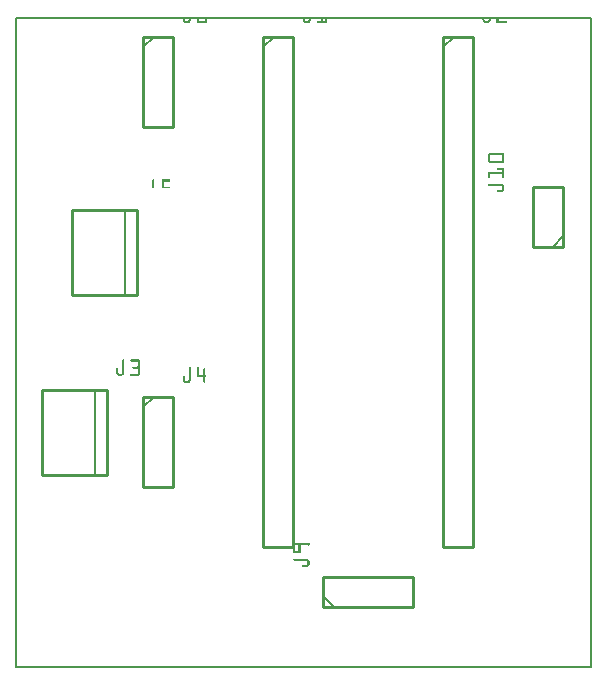
<source format=gto>
G04 MADE WITH FRITZING*
G04 WWW.FRITZING.ORG*
G04 DOUBLE SIDED*
G04 HOLES PLATED*
G04 CONTOUR ON CENTER OF CONTOUR VECTOR*
%ASAXBY*%
%FSLAX23Y23*%
%MOIN*%
%OFA0B0*%
%SFA1.0B1.0*%
%ADD10R,1.926840X2.170330X1.910840X2.154330*%
%ADD11C,0.008000*%
%ADD12C,0.010000*%
%ADD13C,0.005000*%
%ADD14R,0.001000X0.001000*%
%LNSILK1*%
G90*
G70*
G54D11*
X4Y2166D02*
X1923Y2166D01*
X1923Y4D01*
X4Y4D01*
X4Y2166D01*
D02*
G54D12*
X830Y2103D02*
X830Y403D01*
D02*
X830Y403D02*
X930Y403D01*
D02*
X930Y403D02*
X930Y2103D01*
D02*
X930Y2103D02*
X830Y2103D01*
G54D13*
D02*
X830Y2068D02*
X865Y2103D01*
G54D12*
D02*
X1430Y2103D02*
X1430Y403D01*
D02*
X1430Y403D02*
X1530Y403D01*
D02*
X1530Y403D02*
X1530Y2103D01*
D02*
X1530Y2103D02*
X1430Y2103D01*
G54D13*
D02*
X1430Y2068D02*
X1465Y2103D01*
G54D12*
D02*
X92Y927D02*
X92Y642D01*
D02*
X92Y642D02*
X308Y642D01*
D02*
X308Y642D02*
X308Y927D01*
D02*
X308Y927D02*
X92Y927D01*
G54D13*
D02*
X268Y642D02*
X268Y927D01*
G54D12*
D02*
X430Y903D02*
X430Y603D01*
D02*
X430Y603D02*
X530Y603D01*
D02*
X530Y603D02*
X530Y903D01*
D02*
X530Y903D02*
X430Y903D01*
G54D13*
D02*
X430Y868D02*
X465Y903D01*
G54D12*
D02*
X192Y1527D02*
X192Y1242D01*
D02*
X192Y1242D02*
X408Y1242D01*
D02*
X408Y1242D02*
X408Y1527D01*
D02*
X408Y1527D02*
X192Y1527D01*
G54D13*
D02*
X368Y1242D02*
X368Y1527D01*
G54D12*
D02*
X430Y2103D02*
X430Y1803D01*
D02*
X430Y1803D02*
X530Y1803D01*
D02*
X530Y1803D02*
X530Y2103D01*
D02*
X530Y2103D02*
X430Y2103D01*
G54D13*
D02*
X430Y2068D02*
X465Y2103D01*
G54D12*
D02*
X1030Y203D02*
X1330Y203D01*
D02*
X1330Y203D02*
X1330Y303D01*
D02*
X1330Y303D02*
X1030Y303D01*
D02*
X1030Y303D02*
X1030Y203D01*
G54D13*
D02*
X1065Y203D02*
X1030Y238D01*
G54D12*
D02*
X1830Y1403D02*
X1830Y1603D01*
D02*
X1830Y1603D02*
X1730Y1603D01*
D02*
X1730Y1603D02*
X1730Y1403D01*
D02*
X1730Y1403D02*
X1830Y1403D01*
G54D13*
D02*
X1830Y1438D02*
X1795Y1403D01*
G54D14*
X561Y2170D02*
X567Y2170D01*
X582Y2170D02*
X588Y2170D01*
X608Y2170D02*
X641Y2170D01*
X961Y2170D02*
X967Y2170D01*
X981Y2170D02*
X987Y2170D01*
X1021Y2170D02*
X1027Y2170D01*
X1035Y2170D02*
X1041Y2170D01*
X1560Y2170D02*
X1566Y2170D01*
X1581Y2170D02*
X1587Y2170D01*
X1607Y2170D02*
X1613Y2170D01*
X561Y2169D02*
X567Y2169D01*
X582Y2169D02*
X588Y2169D01*
X608Y2169D02*
X641Y2169D01*
X961Y2169D02*
X967Y2169D01*
X981Y2169D02*
X987Y2169D01*
X1021Y2169D02*
X1027Y2169D01*
X1035Y2169D02*
X1041Y2169D01*
X1560Y2169D02*
X1566Y2169D01*
X1581Y2169D02*
X1587Y2169D01*
X1607Y2169D02*
X1613Y2169D01*
X561Y2168D02*
X567Y2168D01*
X582Y2168D02*
X588Y2168D01*
X608Y2168D02*
X641Y2168D01*
X961Y2168D02*
X967Y2168D01*
X981Y2168D02*
X987Y2168D01*
X1021Y2168D02*
X1027Y2168D01*
X1035Y2168D02*
X1041Y2168D01*
X1560Y2168D02*
X1566Y2168D01*
X1581Y2168D02*
X1587Y2168D01*
X1607Y2168D02*
X1613Y2168D01*
X561Y2167D02*
X567Y2167D01*
X582Y2167D02*
X588Y2167D01*
X608Y2167D02*
X641Y2167D01*
X961Y2167D02*
X967Y2167D01*
X981Y2167D02*
X987Y2167D01*
X1021Y2167D02*
X1027Y2167D01*
X1035Y2167D02*
X1041Y2167D01*
X1560Y2167D02*
X1566Y2167D01*
X1581Y2167D02*
X1587Y2167D01*
X1607Y2167D02*
X1613Y2167D01*
X561Y2166D02*
X567Y2166D01*
X582Y2166D02*
X588Y2166D01*
X608Y2166D02*
X614Y2166D01*
X635Y2166D02*
X641Y2166D01*
X961Y2166D02*
X967Y2166D01*
X981Y2166D02*
X987Y2166D01*
X1021Y2166D02*
X1027Y2166D01*
X1035Y2166D02*
X1041Y2166D01*
X1560Y2166D02*
X1566Y2166D01*
X1581Y2166D02*
X1587Y2166D01*
X1607Y2166D02*
X1613Y2166D01*
X561Y2165D02*
X567Y2165D01*
X582Y2165D02*
X588Y2165D01*
X608Y2165D02*
X614Y2165D01*
X635Y2165D02*
X641Y2165D01*
X961Y2165D02*
X967Y2165D01*
X981Y2165D02*
X987Y2165D01*
X1021Y2165D02*
X1027Y2165D01*
X1035Y2165D02*
X1041Y2165D01*
X1560Y2165D02*
X1566Y2165D01*
X1581Y2165D02*
X1587Y2165D01*
X1607Y2165D02*
X1613Y2165D01*
X561Y2164D02*
X567Y2164D01*
X582Y2164D02*
X588Y2164D01*
X608Y2164D02*
X614Y2164D01*
X635Y2164D02*
X641Y2164D01*
X961Y2164D02*
X967Y2164D01*
X981Y2164D02*
X987Y2164D01*
X1021Y2164D02*
X1027Y2164D01*
X1035Y2164D02*
X1041Y2164D01*
X1560Y2164D02*
X1566Y2164D01*
X1581Y2164D02*
X1587Y2164D01*
X1607Y2164D02*
X1613Y2164D01*
X561Y2163D02*
X567Y2163D01*
X582Y2163D02*
X588Y2163D01*
X608Y2163D02*
X614Y2163D01*
X635Y2163D02*
X641Y2163D01*
X961Y2163D02*
X967Y2163D01*
X981Y2163D02*
X987Y2163D01*
X1021Y2163D02*
X1027Y2163D01*
X1035Y2163D02*
X1041Y2163D01*
X1560Y2163D02*
X1566Y2163D01*
X1581Y2163D02*
X1587Y2163D01*
X1607Y2163D02*
X1613Y2163D01*
X561Y2162D02*
X567Y2162D01*
X582Y2162D02*
X588Y2162D01*
X608Y2162D02*
X614Y2162D01*
X635Y2162D02*
X641Y2162D01*
X961Y2162D02*
X967Y2162D01*
X981Y2162D02*
X987Y2162D01*
X1021Y2162D02*
X1027Y2162D01*
X1035Y2162D02*
X1041Y2162D01*
X1560Y2162D02*
X1566Y2162D01*
X1581Y2162D02*
X1587Y2162D01*
X1607Y2162D02*
X1613Y2162D01*
X561Y2161D02*
X567Y2161D01*
X582Y2161D02*
X588Y2161D01*
X608Y2161D02*
X614Y2161D01*
X635Y2161D02*
X641Y2161D01*
X961Y2161D02*
X967Y2161D01*
X981Y2161D02*
X987Y2161D01*
X1021Y2161D02*
X1027Y2161D01*
X1035Y2161D02*
X1041Y2161D01*
X1560Y2161D02*
X1566Y2161D01*
X1581Y2161D02*
X1587Y2161D01*
X1607Y2161D02*
X1613Y2161D01*
X561Y2160D02*
X567Y2160D01*
X582Y2160D02*
X588Y2160D01*
X608Y2160D02*
X614Y2160D01*
X635Y2160D02*
X641Y2160D01*
X961Y2160D02*
X967Y2160D01*
X981Y2160D02*
X987Y2160D01*
X1021Y2160D02*
X1027Y2160D01*
X1035Y2160D02*
X1041Y2160D01*
X1560Y2160D02*
X1566Y2160D01*
X1581Y2160D02*
X1587Y2160D01*
X1607Y2160D02*
X1613Y2160D01*
X561Y2159D02*
X567Y2159D01*
X581Y2159D02*
X588Y2159D01*
X608Y2159D02*
X614Y2159D01*
X635Y2159D02*
X641Y2159D01*
X961Y2159D02*
X967Y2159D01*
X981Y2159D02*
X987Y2159D01*
X1021Y2159D02*
X1027Y2159D01*
X1035Y2159D02*
X1041Y2159D01*
X1561Y2159D02*
X1567Y2159D01*
X1581Y2159D02*
X1587Y2159D01*
X1607Y2159D02*
X1613Y2159D01*
X561Y2158D02*
X567Y2158D01*
X581Y2158D02*
X587Y2158D01*
X608Y2158D02*
X614Y2158D01*
X635Y2158D02*
X641Y2158D01*
X961Y2158D02*
X967Y2158D01*
X981Y2158D02*
X987Y2158D01*
X1021Y2158D02*
X1027Y2158D01*
X1035Y2158D02*
X1041Y2158D01*
X1561Y2158D02*
X1567Y2158D01*
X1581Y2158D02*
X1587Y2158D01*
X1607Y2158D02*
X1613Y2158D01*
X561Y2157D02*
X568Y2157D01*
X580Y2157D02*
X587Y2157D01*
X608Y2157D02*
X614Y2157D01*
X635Y2157D02*
X641Y2157D01*
X961Y2157D02*
X968Y2157D01*
X980Y2157D02*
X987Y2157D01*
X1021Y2157D02*
X1027Y2157D01*
X1035Y2157D02*
X1041Y2157D01*
X1561Y2157D02*
X1568Y2157D01*
X1580Y2157D02*
X1587Y2157D01*
X1607Y2157D02*
X1613Y2157D01*
X562Y2156D02*
X587Y2156D01*
X608Y2156D02*
X641Y2156D01*
X961Y2156D02*
X987Y2156D01*
X1010Y2156D02*
X1041Y2156D01*
X1561Y2156D02*
X1586Y2156D01*
X1607Y2156D02*
X1638Y2156D01*
X562Y2155D02*
X586Y2155D01*
X608Y2155D02*
X641Y2155D01*
X962Y2155D02*
X986Y2155D01*
X1008Y2155D02*
X1041Y2155D01*
X1562Y2155D02*
X1586Y2155D01*
X1607Y2155D02*
X1640Y2155D01*
X563Y2154D02*
X586Y2154D01*
X608Y2154D02*
X641Y2154D01*
X962Y2154D02*
X986Y2154D01*
X1008Y2154D02*
X1041Y2154D01*
X1562Y2154D02*
X1585Y2154D01*
X1607Y2154D02*
X1641Y2154D01*
X563Y2153D02*
X585Y2153D01*
X608Y2153D02*
X641Y2153D01*
X963Y2153D02*
X985Y2153D01*
X1008Y2153D02*
X1041Y2153D01*
X1563Y2153D02*
X1585Y2153D01*
X1607Y2153D02*
X1641Y2153D01*
X564Y2152D02*
X584Y2152D01*
X608Y2152D02*
X641Y2152D01*
X964Y2152D02*
X984Y2152D01*
X1008Y2152D02*
X1041Y2152D01*
X1564Y2152D02*
X1584Y2152D01*
X1607Y2152D02*
X1641Y2152D01*
X566Y2151D02*
X583Y2151D01*
X608Y2151D02*
X641Y2151D01*
X965Y2151D02*
X983Y2151D01*
X1008Y2151D02*
X1041Y2151D01*
X1565Y2151D02*
X1582Y2151D01*
X1607Y2151D02*
X1640Y2151D01*
X568Y2150D02*
X581Y2150D01*
X609Y2150D02*
X640Y2150D01*
X967Y2150D02*
X981Y2150D01*
X1009Y2150D02*
X1040Y2150D01*
X1567Y2150D02*
X1581Y2150D01*
X1607Y2150D02*
X1639Y2150D01*
X1584Y1716D02*
X1628Y1716D01*
X1582Y1715D02*
X1630Y1715D01*
X1581Y1714D02*
X1631Y1714D01*
X1580Y1713D02*
X1631Y1713D01*
X1580Y1712D02*
X1632Y1712D01*
X1580Y1711D02*
X1632Y1711D01*
X1579Y1710D02*
X1632Y1710D01*
X1579Y1709D02*
X1585Y1709D01*
X1626Y1709D02*
X1632Y1709D01*
X1579Y1708D02*
X1585Y1708D01*
X1626Y1708D02*
X1632Y1708D01*
X1579Y1707D02*
X1585Y1707D01*
X1626Y1707D02*
X1632Y1707D01*
X1579Y1706D02*
X1585Y1706D01*
X1626Y1706D02*
X1632Y1706D01*
X1579Y1705D02*
X1585Y1705D01*
X1626Y1705D02*
X1632Y1705D01*
X1579Y1704D02*
X1585Y1704D01*
X1626Y1704D02*
X1632Y1704D01*
X1579Y1703D02*
X1585Y1703D01*
X1626Y1703D02*
X1632Y1703D01*
X1579Y1702D02*
X1585Y1702D01*
X1626Y1702D02*
X1632Y1702D01*
X1579Y1701D02*
X1585Y1701D01*
X1626Y1701D02*
X1632Y1701D01*
X1579Y1700D02*
X1585Y1700D01*
X1626Y1700D02*
X1632Y1700D01*
X1579Y1699D02*
X1585Y1699D01*
X1626Y1699D02*
X1632Y1699D01*
X1579Y1698D02*
X1585Y1698D01*
X1626Y1698D02*
X1632Y1698D01*
X1579Y1697D02*
X1585Y1697D01*
X1626Y1697D02*
X1632Y1697D01*
X1579Y1696D02*
X1585Y1696D01*
X1626Y1696D02*
X1632Y1696D01*
X1579Y1695D02*
X1585Y1695D01*
X1626Y1695D02*
X1632Y1695D01*
X1579Y1694D02*
X1585Y1694D01*
X1626Y1694D02*
X1632Y1694D01*
X1579Y1693D02*
X1585Y1693D01*
X1626Y1693D02*
X1632Y1693D01*
X1579Y1692D02*
X1585Y1692D01*
X1626Y1692D02*
X1632Y1692D01*
X1579Y1691D02*
X1585Y1691D01*
X1626Y1691D02*
X1632Y1691D01*
X1579Y1690D02*
X1585Y1690D01*
X1626Y1690D02*
X1632Y1690D01*
X1579Y1689D02*
X1586Y1689D01*
X1626Y1689D02*
X1632Y1689D01*
X1579Y1688D02*
X1632Y1688D01*
X1580Y1687D02*
X1632Y1687D01*
X1580Y1686D02*
X1632Y1686D01*
X1581Y1685D02*
X1631Y1685D01*
X1581Y1684D02*
X1630Y1684D01*
X1583Y1683D02*
X1629Y1683D01*
X1585Y1682D02*
X1627Y1682D01*
X1611Y1666D02*
X1630Y1666D01*
X1610Y1665D02*
X1632Y1665D01*
X1609Y1664D02*
X1632Y1664D01*
X1609Y1663D02*
X1632Y1663D01*
X1609Y1662D02*
X1632Y1662D01*
X1609Y1661D02*
X1632Y1661D01*
X1610Y1660D02*
X1632Y1660D01*
X1626Y1659D02*
X1632Y1659D01*
X1626Y1658D02*
X1632Y1658D01*
X1626Y1657D02*
X1632Y1657D01*
X1626Y1656D02*
X1632Y1656D01*
X1626Y1655D02*
X1632Y1655D01*
X1626Y1654D02*
X1632Y1654D01*
X1626Y1653D02*
X1632Y1653D01*
X1579Y1652D02*
X1632Y1652D01*
X1579Y1651D02*
X1632Y1651D01*
X1579Y1650D02*
X1632Y1650D01*
X1579Y1649D02*
X1632Y1649D01*
X1579Y1648D02*
X1632Y1648D01*
X1579Y1647D02*
X1632Y1647D01*
X1579Y1646D02*
X1632Y1646D01*
X1579Y1645D02*
X1585Y1645D01*
X1626Y1645D02*
X1632Y1645D01*
X1579Y1644D02*
X1585Y1644D01*
X1626Y1644D02*
X1632Y1644D01*
X1579Y1643D02*
X1585Y1643D01*
X1626Y1643D02*
X1632Y1643D01*
X1579Y1642D02*
X1585Y1642D01*
X1626Y1642D02*
X1632Y1642D01*
X1579Y1641D02*
X1585Y1641D01*
X1626Y1641D02*
X1632Y1641D01*
X1579Y1640D02*
X1585Y1640D01*
X1626Y1640D02*
X1632Y1640D01*
X1579Y1639D02*
X1585Y1639D01*
X1626Y1639D02*
X1632Y1639D01*
X1579Y1638D02*
X1585Y1638D01*
X1626Y1638D02*
X1632Y1638D01*
X1579Y1637D02*
X1585Y1637D01*
X1626Y1637D02*
X1632Y1637D01*
X1579Y1636D02*
X1585Y1636D01*
X1626Y1636D02*
X1632Y1636D01*
X1579Y1635D02*
X1585Y1635D01*
X1627Y1635D02*
X1632Y1635D01*
X1580Y1634D02*
X1585Y1634D01*
X1627Y1634D02*
X1632Y1634D01*
X1580Y1633D02*
X1585Y1633D01*
X1627Y1633D02*
X1632Y1633D01*
X1581Y1632D02*
X1583Y1632D01*
X1629Y1632D02*
X1630Y1632D01*
X462Y1627D02*
X464Y1627D01*
X493Y1627D02*
X517Y1627D01*
X460Y1626D02*
X465Y1626D01*
X493Y1626D02*
X518Y1626D01*
X460Y1625D02*
X465Y1625D01*
X493Y1625D02*
X519Y1625D01*
X460Y1624D02*
X466Y1624D01*
X493Y1624D02*
X519Y1624D01*
X460Y1623D02*
X466Y1623D01*
X493Y1623D02*
X519Y1623D01*
X460Y1622D02*
X466Y1622D01*
X493Y1622D02*
X519Y1622D01*
X460Y1621D02*
X466Y1621D01*
X493Y1621D02*
X518Y1621D01*
X460Y1620D02*
X466Y1620D01*
X493Y1620D02*
X499Y1620D01*
X460Y1619D02*
X466Y1619D01*
X493Y1619D02*
X499Y1619D01*
X460Y1618D02*
X466Y1618D01*
X493Y1618D02*
X499Y1618D01*
X460Y1617D02*
X466Y1617D01*
X493Y1617D02*
X499Y1617D01*
X460Y1616D02*
X466Y1616D01*
X493Y1616D02*
X499Y1616D01*
X460Y1615D02*
X466Y1615D01*
X493Y1615D02*
X499Y1615D01*
X460Y1614D02*
X466Y1614D01*
X493Y1614D02*
X499Y1614D01*
X460Y1613D02*
X466Y1613D01*
X493Y1613D02*
X499Y1613D01*
X460Y1612D02*
X466Y1612D01*
X493Y1612D02*
X499Y1612D01*
X1581Y1612D02*
X1625Y1612D01*
X460Y1611D02*
X466Y1611D01*
X493Y1611D02*
X499Y1611D01*
X1580Y1611D02*
X1627Y1611D01*
X460Y1610D02*
X466Y1610D01*
X493Y1610D02*
X499Y1610D01*
X1580Y1610D02*
X1629Y1610D01*
X460Y1609D02*
X466Y1609D01*
X493Y1609D02*
X499Y1609D01*
X1579Y1609D02*
X1630Y1609D01*
X460Y1608D02*
X466Y1608D01*
X493Y1608D02*
X499Y1608D01*
X1580Y1608D02*
X1631Y1608D01*
X460Y1607D02*
X466Y1607D01*
X493Y1607D02*
X499Y1607D01*
X1580Y1607D02*
X1631Y1607D01*
X460Y1606D02*
X466Y1606D01*
X493Y1606D02*
X499Y1606D01*
X1581Y1606D02*
X1632Y1606D01*
X460Y1605D02*
X466Y1605D01*
X493Y1605D02*
X499Y1605D01*
X1625Y1605D02*
X1632Y1605D01*
X460Y1604D02*
X466Y1604D01*
X493Y1604D02*
X499Y1604D01*
X1626Y1604D02*
X1632Y1604D01*
X460Y1603D02*
X466Y1603D01*
X493Y1603D02*
X515Y1603D01*
X1626Y1603D02*
X1632Y1603D01*
X460Y1602D02*
X466Y1602D01*
X493Y1602D02*
X517Y1602D01*
X1626Y1602D02*
X1632Y1602D01*
X460Y1601D02*
X466Y1601D01*
X493Y1601D02*
X518Y1601D01*
X1626Y1601D02*
X1632Y1601D01*
X1626Y1600D02*
X1632Y1600D01*
X1626Y1599D02*
X1632Y1599D01*
X1626Y1598D02*
X1632Y1598D01*
X1626Y1597D02*
X1632Y1597D01*
X1626Y1596D02*
X1632Y1596D01*
X1626Y1595D02*
X1632Y1595D01*
X1626Y1594D02*
X1632Y1594D01*
X1625Y1593D02*
X1632Y1593D01*
X1624Y1592D02*
X1632Y1592D01*
X1610Y1591D02*
X1631Y1591D01*
X1609Y1590D02*
X1631Y1590D01*
X1609Y1589D02*
X1630Y1589D01*
X1609Y1588D02*
X1629Y1588D01*
X1609Y1587D02*
X1628Y1587D01*
X1610Y1586D02*
X1627Y1586D01*
X1612Y1585D02*
X1623Y1585D01*
X362Y1027D02*
X364Y1027D01*
X388Y1027D02*
X415Y1027D01*
X360Y1026D02*
X365Y1026D01*
X386Y1026D02*
X416Y1026D01*
X360Y1025D02*
X365Y1025D01*
X386Y1025D02*
X418Y1025D01*
X360Y1024D02*
X366Y1024D01*
X386Y1024D02*
X418Y1024D01*
X360Y1023D02*
X366Y1023D01*
X386Y1023D02*
X419Y1023D01*
X360Y1022D02*
X366Y1022D01*
X386Y1022D02*
X419Y1022D01*
X360Y1021D02*
X366Y1021D01*
X388Y1021D02*
X419Y1021D01*
X360Y1020D02*
X366Y1020D01*
X413Y1020D02*
X419Y1020D01*
X360Y1019D02*
X366Y1019D01*
X413Y1019D02*
X419Y1019D01*
X360Y1018D02*
X366Y1018D01*
X413Y1018D02*
X419Y1018D01*
X360Y1017D02*
X366Y1017D01*
X413Y1017D02*
X419Y1017D01*
X360Y1016D02*
X366Y1016D01*
X413Y1016D02*
X419Y1016D01*
X360Y1015D02*
X366Y1015D01*
X413Y1015D02*
X419Y1015D01*
X360Y1014D02*
X366Y1014D01*
X413Y1014D02*
X419Y1014D01*
X360Y1013D02*
X366Y1013D01*
X413Y1013D02*
X419Y1013D01*
X360Y1012D02*
X366Y1012D01*
X413Y1012D02*
X419Y1012D01*
X360Y1011D02*
X366Y1011D01*
X413Y1011D02*
X419Y1011D01*
X360Y1010D02*
X366Y1010D01*
X413Y1010D02*
X419Y1010D01*
X360Y1009D02*
X366Y1009D01*
X413Y1009D02*
X419Y1009D01*
X360Y1008D02*
X366Y1008D01*
X413Y1008D02*
X419Y1008D01*
X360Y1007D02*
X366Y1007D01*
X413Y1007D02*
X419Y1007D01*
X360Y1006D02*
X366Y1006D01*
X413Y1006D02*
X419Y1006D01*
X360Y1005D02*
X366Y1005D01*
X412Y1005D02*
X419Y1005D01*
X360Y1004D02*
X366Y1004D01*
X410Y1004D02*
X419Y1004D01*
X360Y1003D02*
X366Y1003D01*
X394Y1003D02*
X418Y1003D01*
X583Y1003D02*
X586Y1003D01*
X611Y1003D02*
X614Y1003D01*
X360Y1002D02*
X366Y1002D01*
X393Y1002D02*
X418Y1002D01*
X582Y1002D02*
X587Y1002D01*
X610Y1002D02*
X615Y1002D01*
X360Y1001D02*
X366Y1001D01*
X393Y1001D02*
X417Y1001D01*
X582Y1001D02*
X587Y1001D01*
X610Y1001D02*
X615Y1001D01*
X360Y1000D02*
X366Y1000D01*
X393Y1000D02*
X417Y1000D01*
X582Y1000D02*
X588Y1000D01*
X609Y1000D02*
X615Y1000D01*
X360Y999D02*
X366Y999D01*
X393Y999D02*
X418Y999D01*
X582Y999D02*
X588Y999D01*
X609Y999D02*
X615Y999D01*
X360Y998D02*
X366Y998D01*
X394Y998D02*
X418Y998D01*
X582Y998D02*
X588Y998D01*
X609Y998D02*
X615Y998D01*
X340Y997D02*
X344Y997D01*
X360Y997D02*
X366Y997D01*
X396Y997D02*
X419Y997D01*
X582Y997D02*
X588Y997D01*
X609Y997D02*
X615Y997D01*
X632Y997D02*
X635Y997D01*
X339Y996D02*
X345Y996D01*
X360Y996D02*
X366Y996D01*
X412Y996D02*
X419Y996D01*
X582Y996D02*
X588Y996D01*
X609Y996D02*
X615Y996D01*
X631Y996D02*
X635Y996D01*
X339Y995D02*
X345Y995D01*
X360Y995D02*
X366Y995D01*
X413Y995D02*
X419Y995D01*
X582Y995D02*
X588Y995D01*
X609Y995D02*
X615Y995D01*
X630Y995D02*
X636Y995D01*
X339Y994D02*
X345Y994D01*
X360Y994D02*
X366Y994D01*
X413Y994D02*
X419Y994D01*
X582Y994D02*
X588Y994D01*
X609Y994D02*
X615Y994D01*
X630Y994D02*
X636Y994D01*
X339Y993D02*
X345Y993D01*
X360Y993D02*
X366Y993D01*
X413Y993D02*
X419Y993D01*
X582Y993D02*
X588Y993D01*
X609Y993D02*
X615Y993D01*
X630Y993D02*
X636Y993D01*
X339Y992D02*
X345Y992D01*
X360Y992D02*
X366Y992D01*
X413Y992D02*
X419Y992D01*
X582Y992D02*
X588Y992D01*
X609Y992D02*
X615Y992D01*
X630Y992D02*
X636Y992D01*
X339Y991D02*
X345Y991D01*
X360Y991D02*
X366Y991D01*
X413Y991D02*
X419Y991D01*
X582Y991D02*
X588Y991D01*
X609Y991D02*
X615Y991D01*
X630Y991D02*
X636Y991D01*
X339Y990D02*
X345Y990D01*
X360Y990D02*
X366Y990D01*
X413Y990D02*
X419Y990D01*
X582Y990D02*
X588Y990D01*
X609Y990D02*
X615Y990D01*
X630Y990D02*
X636Y990D01*
X339Y989D02*
X345Y989D01*
X360Y989D02*
X366Y989D01*
X413Y989D02*
X419Y989D01*
X582Y989D02*
X588Y989D01*
X609Y989D02*
X615Y989D01*
X630Y989D02*
X636Y989D01*
X339Y988D02*
X345Y988D01*
X360Y988D02*
X366Y988D01*
X413Y988D02*
X419Y988D01*
X582Y988D02*
X588Y988D01*
X609Y988D02*
X615Y988D01*
X630Y988D02*
X636Y988D01*
X339Y987D02*
X345Y987D01*
X360Y987D02*
X366Y987D01*
X413Y987D02*
X419Y987D01*
X582Y987D02*
X588Y987D01*
X609Y987D02*
X615Y987D01*
X630Y987D02*
X636Y987D01*
X339Y986D02*
X345Y986D01*
X360Y986D02*
X366Y986D01*
X413Y986D02*
X419Y986D01*
X582Y986D02*
X588Y986D01*
X609Y986D02*
X615Y986D01*
X630Y986D02*
X636Y986D01*
X339Y985D02*
X345Y985D01*
X360Y985D02*
X366Y985D01*
X413Y985D02*
X419Y985D01*
X582Y985D02*
X588Y985D01*
X609Y985D02*
X615Y985D01*
X630Y985D02*
X636Y985D01*
X339Y984D02*
X345Y984D01*
X360Y984D02*
X366Y984D01*
X413Y984D02*
X419Y984D01*
X582Y984D02*
X588Y984D01*
X609Y984D02*
X615Y984D01*
X630Y984D02*
X636Y984D01*
X339Y983D02*
X345Y983D01*
X360Y983D02*
X366Y983D01*
X413Y983D02*
X419Y983D01*
X582Y983D02*
X588Y983D01*
X609Y983D02*
X615Y983D01*
X630Y983D02*
X636Y983D01*
X339Y982D02*
X346Y982D01*
X359Y982D02*
X366Y982D01*
X413Y982D02*
X419Y982D01*
X582Y982D02*
X588Y982D01*
X609Y982D02*
X615Y982D01*
X630Y982D02*
X636Y982D01*
X339Y981D02*
X347Y981D01*
X358Y981D02*
X365Y981D01*
X413Y981D02*
X419Y981D01*
X582Y981D02*
X588Y981D01*
X609Y981D02*
X615Y981D01*
X630Y981D02*
X636Y981D01*
X340Y980D02*
X365Y980D01*
X388Y980D02*
X419Y980D01*
X582Y980D02*
X588Y980D01*
X609Y980D02*
X615Y980D01*
X630Y980D02*
X636Y980D01*
X340Y979D02*
X364Y979D01*
X387Y979D02*
X419Y979D01*
X582Y979D02*
X588Y979D01*
X609Y979D02*
X615Y979D01*
X630Y979D02*
X636Y979D01*
X341Y978D02*
X364Y978D01*
X386Y978D02*
X419Y978D01*
X582Y978D02*
X588Y978D01*
X609Y978D02*
X615Y978D01*
X630Y978D02*
X636Y978D01*
X342Y977D02*
X363Y977D01*
X386Y977D02*
X418Y977D01*
X582Y977D02*
X588Y977D01*
X609Y977D02*
X615Y977D01*
X630Y977D02*
X636Y977D01*
X343Y976D02*
X362Y976D01*
X386Y976D02*
X418Y976D01*
X582Y976D02*
X588Y976D01*
X609Y976D02*
X615Y976D01*
X630Y976D02*
X636Y976D01*
X344Y975D02*
X361Y975D01*
X386Y975D02*
X417Y975D01*
X582Y975D02*
X588Y975D01*
X609Y975D02*
X615Y975D01*
X630Y975D02*
X636Y975D01*
X346Y974D02*
X359Y974D01*
X387Y974D02*
X415Y974D01*
X564Y974D02*
X564Y974D01*
X582Y974D02*
X588Y974D01*
X609Y974D02*
X637Y974D01*
X562Y973D02*
X566Y973D01*
X582Y973D02*
X588Y973D01*
X609Y973D02*
X639Y973D01*
X561Y972D02*
X567Y972D01*
X582Y972D02*
X588Y972D01*
X609Y972D02*
X639Y972D01*
X561Y971D02*
X567Y971D01*
X582Y971D02*
X588Y971D01*
X609Y971D02*
X638Y971D01*
X561Y970D02*
X567Y970D01*
X582Y970D02*
X588Y970D01*
X609Y970D02*
X638Y970D01*
X561Y969D02*
X567Y969D01*
X582Y969D02*
X588Y969D01*
X609Y969D02*
X637Y969D01*
X561Y968D02*
X567Y968D01*
X582Y968D02*
X588Y968D01*
X609Y968D02*
X637Y968D01*
X561Y967D02*
X567Y967D01*
X582Y967D02*
X588Y967D01*
X630Y967D02*
X636Y967D01*
X561Y966D02*
X567Y966D01*
X582Y966D02*
X588Y966D01*
X630Y966D02*
X636Y966D01*
X561Y965D02*
X567Y965D01*
X582Y965D02*
X588Y965D01*
X630Y965D02*
X636Y965D01*
X561Y964D02*
X567Y964D01*
X582Y964D02*
X588Y964D01*
X630Y964D02*
X636Y964D01*
X561Y963D02*
X567Y963D01*
X582Y963D02*
X588Y963D01*
X630Y963D02*
X636Y963D01*
X561Y962D02*
X567Y962D01*
X582Y962D02*
X588Y962D01*
X630Y962D02*
X635Y962D01*
X561Y961D02*
X567Y961D01*
X582Y961D02*
X588Y961D01*
X630Y961D02*
X635Y961D01*
X561Y960D02*
X567Y960D01*
X582Y960D02*
X588Y960D01*
X630Y960D02*
X635Y960D01*
X561Y959D02*
X567Y959D01*
X581Y959D02*
X588Y959D01*
X630Y959D02*
X635Y959D01*
X561Y958D02*
X568Y958D01*
X581Y958D02*
X587Y958D01*
X630Y958D02*
X635Y958D01*
X561Y957D02*
X569Y957D01*
X580Y957D02*
X587Y957D01*
X630Y957D02*
X635Y957D01*
X562Y956D02*
X587Y956D01*
X630Y956D02*
X635Y956D01*
X562Y955D02*
X586Y955D01*
X630Y955D02*
X635Y955D01*
X563Y954D02*
X586Y954D01*
X630Y954D02*
X635Y954D01*
X564Y953D02*
X585Y953D01*
X630Y953D02*
X635Y953D01*
X565Y952D02*
X584Y952D01*
X630Y952D02*
X635Y952D01*
X566Y951D02*
X583Y951D01*
X631Y951D02*
X635Y951D01*
X568Y950D02*
X580Y950D01*
X632Y950D02*
X634Y950D01*
X932Y416D02*
X981Y416D01*
X930Y415D02*
X982Y415D01*
X930Y414D02*
X983Y414D01*
X930Y413D02*
X983Y413D01*
X930Y412D02*
X983Y412D01*
X930Y411D02*
X983Y411D01*
X930Y410D02*
X983Y410D01*
X930Y409D02*
X936Y409D01*
X947Y409D02*
X953Y409D01*
X977Y409D02*
X983Y409D01*
X930Y408D02*
X936Y408D01*
X947Y408D02*
X953Y408D01*
X977Y408D02*
X982Y408D01*
X930Y407D02*
X936Y407D01*
X947Y407D02*
X953Y407D01*
X978Y407D02*
X982Y407D01*
X930Y406D02*
X936Y406D01*
X947Y406D02*
X953Y406D01*
X930Y405D02*
X936Y405D01*
X947Y405D02*
X953Y405D01*
X930Y404D02*
X936Y404D01*
X947Y404D02*
X953Y404D01*
X930Y403D02*
X936Y403D01*
X947Y403D02*
X953Y403D01*
X930Y402D02*
X936Y402D01*
X947Y402D02*
X953Y402D01*
X930Y401D02*
X936Y401D01*
X947Y401D02*
X953Y401D01*
X930Y400D02*
X936Y400D01*
X947Y400D02*
X953Y400D01*
X930Y399D02*
X936Y399D01*
X947Y399D02*
X953Y399D01*
X930Y398D02*
X936Y398D01*
X947Y398D02*
X953Y398D01*
X930Y397D02*
X936Y397D01*
X947Y397D02*
X953Y397D01*
X930Y396D02*
X936Y396D01*
X947Y396D02*
X953Y396D01*
X930Y395D02*
X936Y395D01*
X947Y395D02*
X953Y395D01*
X930Y394D02*
X936Y394D01*
X947Y394D02*
X953Y394D01*
X930Y393D02*
X936Y393D01*
X947Y393D02*
X953Y393D01*
X930Y392D02*
X936Y392D01*
X947Y392D02*
X953Y392D01*
X930Y391D02*
X936Y391D01*
X947Y391D02*
X953Y391D01*
X930Y390D02*
X936Y390D01*
X947Y390D02*
X953Y390D01*
X930Y389D02*
X936Y389D01*
X947Y389D02*
X953Y389D01*
X930Y388D02*
X953Y388D01*
X930Y387D02*
X953Y387D01*
X930Y386D02*
X953Y386D01*
X930Y385D02*
X953Y385D01*
X930Y384D02*
X953Y384D01*
X931Y383D02*
X952Y383D01*
X932Y382D02*
X951Y382D01*
X931Y362D02*
X976Y362D01*
X930Y361D02*
X978Y361D01*
X930Y360D02*
X979Y360D01*
X930Y359D02*
X980Y359D01*
X930Y358D02*
X981Y358D01*
X931Y357D02*
X982Y357D01*
X932Y356D02*
X982Y356D01*
X975Y355D02*
X982Y355D01*
X976Y354D02*
X983Y354D01*
X977Y353D02*
X983Y353D01*
X977Y352D02*
X983Y352D01*
X977Y351D02*
X983Y351D01*
X977Y350D02*
X983Y350D01*
X977Y349D02*
X983Y349D01*
X977Y348D02*
X983Y348D01*
X977Y347D02*
X983Y347D01*
X977Y346D02*
X983Y346D01*
X977Y345D02*
X983Y345D01*
X976Y344D02*
X983Y344D01*
X976Y343D02*
X982Y343D01*
X962Y342D02*
X982Y342D01*
X960Y341D02*
X982Y341D01*
X959Y340D02*
X981Y340D01*
X959Y339D02*
X980Y339D01*
X959Y338D02*
X979Y338D01*
X959Y337D02*
X978Y337D01*
X960Y336D02*
X977Y336D01*
D02*
G04 End of Silk1*
M02*
</source>
